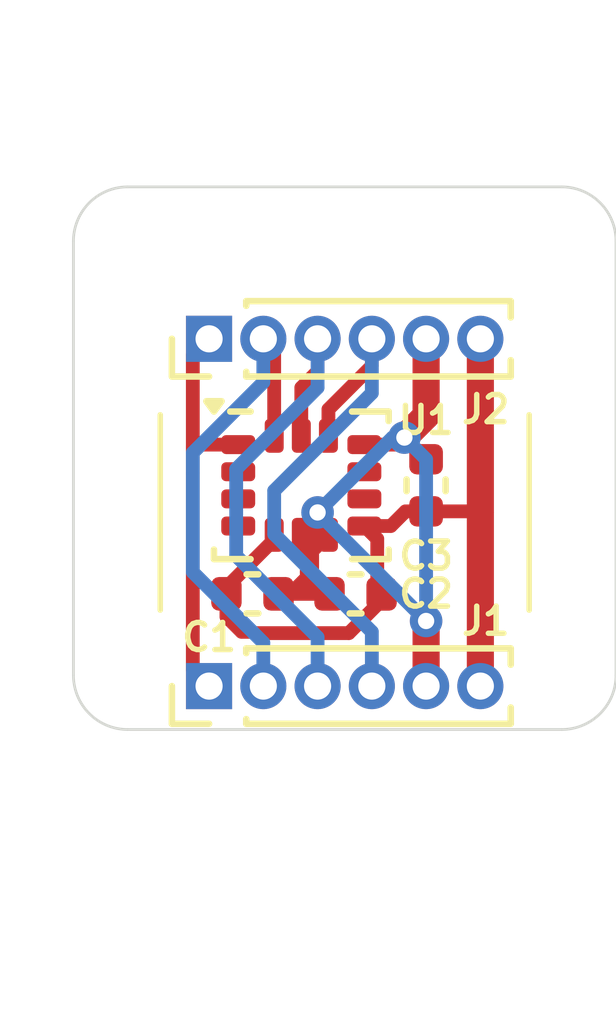
<source format=kicad_pcb>
(kicad_pcb (version 20240108) (generator "pcbnew") (generator_version "8.0")
  (layers (0 "F.Cu" signal) (31 "B.Cu" signal) (34 "B.Paste" user) (35 "F.Paste" user) (36 "B.SilkS" user "B.Silkscreen") (37 "F.SilkS" user "F.Silkscreen") (38 "B.Mask" user) (39 "F.Mask" user) (44 "Edge.Cuts" user))
  (net 0 "")
  (net 1 "GND")
  (net 2 "VCC")
  (net 6 "/CLK")
  (net 7 "/MISO")
  (net 9 "/MOSI")
  (net 10 "/CS")
  (footprint "Capacitor_SMD:C_0402_1005Metric" (layer "F.Cu") (at 100.2 67.5 180)
    (property "Reference" "C2" (at -1.3 0 0) (layer "F.SilkS") (effects (font (size 0.5 0.5) (thickness 0.1))))
    (property "Value" "100n")
    (fp_line (start -0.107836 0.36) (end 0.107836 0.36) (stroke (width 0.12)) (layer "F.SilkS"))
    (fp_line (start -0.107836 -0.36) (end 0.107836 -0.36) (stroke (width 0.12)) (layer "F.SilkS"))
    (pad "1" smd roundrect (at -0.48 0 180) (size 0.56 0.62) (layers "F.Cu" "F.Paste" "F.Mask") (net 2 "VCC"))
    (pad "2" smd roundrect (at 0.48 0 180) (size 0.56 0.62) (layers "F.Cu" "F.Paste" "F.Mask") (net 1 "GND"))
  )
  (footprint "Capacitor_SMD:C_0402_1005Metric" (layer "F.Cu") (at 101.5 65.5 90)
    (property "Reference" "C3" (at -1.3 0 180) (layer "F.SilkS") (effects (font (size 0.5 0.5) (thickness 0.1))))
    (property "Value" "4u7")
    (fp_line (start -0.107836 -0.36) (end 0.107836 -0.36) (stroke (width 0.12)) (layer "F.SilkS"))
    (fp_line (start -0.107836 0.36) (end 0.107836 0.36) (stroke (width 0.12)) (layer "F.SilkS"))
    (pad "1" smd roundrect (at -0.48 0 90) (size 0.56 0.62) (layers "F.Cu" "F.Paste" "F.Mask") (net 2 "VCC"))
    (pad "2" smd roundrect (at 0.48 0 90) (size 0.56 0.62) (layers "F.Cu" "F.Paste" "F.Mask") (net 1 "GND"))
  )
  (footprint "Package_LGA:LGA-14_3x2.5mm_P0.5mm_LayoutBorder3x4y" (layer "F.Cu") (at 99.2 65.5)
    (property "Reference" "U1" (at 2.3 -1.2 0) (layer "F.SilkS") (effects (font (size 0.5 0.5) (thickness 0.1))))
    (property "Value" "ICM-42688-P")
    (fp_line (start -1.61 1.36) (end -1.61 1.185) (stroke (width 0.12)) (layer "F.SilkS"))
    (fp_line (start -0.935 -1.36) (end -1.31 -1.36) (stroke (width 0.12)) (layer "F.SilkS"))
    (fp_line (start -0.935 1.36) (end -1.61 1.36) (stroke (width 0.12)) (layer "F.SilkS"))
    (fp_line (start 0.935 -1.36) (end 1.61 -1.36) (stroke (width 0.12)) (layer "F.SilkS"))
    (fp_line (start 0.935 1.36) (end 1.61 1.36) (stroke (width 0.12)) (layer "F.SilkS"))
    (fp_line (start 1.61 -1.36) (end 1.61 -1.185) (stroke (width 0.12)) (layer "F.SilkS"))
    (fp_line (start 1.61 1.36) (end 1.61 1.185) (stroke (width 0.12)) (layer "F.SilkS"))
    (fp_poly (pts (xy -1.61 -1.36) (xy -1.75 -1.55) (xy -1.47 -1.55) (xy -1.61 -1.36)) (stroke (width 0.12)) (fill solid) (layer "F.SilkS"))
    (pad "1" smd roundrect (at -1.1625 -0.75) (size 0.625 0.35) (layers "F.Cu" "F.Paste" "F.Mask") (net 7 "/MISO"))
    (pad "2" smd roundrect (at -1.1625 -0.25) (size 0.625 0.35) (layers "F.Cu" "F.Paste" "F.Mask"))
    (pad "3" smd roundrect (at -1.1625 0.25) (size 0.625 0.35) (layers "F.Cu" "F.Paste" "F.Mask"))
    (pad "4" smd roundrect (at -1.1625 0.75) (size 0.625 0.35) (layers "F.Cu" "F.Paste" "F.Mask"))
    (pad "5" smd roundrect (at -0.5 0.9125) (size 0.35 0.625) (layers "F.Cu" "F.Paste" "F.Mask") (net 2 "VCC"))
    (pad "6" smd roundrect (at 0 0.9125) (size 0.35 0.625) (layers "F.Cu" "F.Paste" "F.Mask") (net 1 "GND"))
    (pad "7" smd roundrect (at 0.5 0.9125) (size 0.35 0.625) (layers "F.Cu" "F.Paste" "F.Mask") (net 1 "GND"))
    (pad "8" smd roundrect (at 1.1625 0.75) (size 0.625 0.35) (layers "F.Cu" "F.Paste" "F.Mask") (net 2 "VCC"))
    (pad "9" smd roundrect (at 1.1625 0.25) (size 0.625 0.35) (layers "F.Cu" "F.Paste" "F.Mask"))
    (pad "10" smd roundrect (at 1.1625 -0.25) (size 0.625 0.35) (layers "F.Cu" "F.Paste" "F.Mask"))
    (pad "11" smd roundrect (at 1.1625 -0.75) (size 0.625 0.35) (layers "F.Cu" "F.Paste" "F.Mask") (net 1 "GND"))
    (pad "12" smd roundrect (at 0.5 -0.9125) (size 0.35 0.625) (layers "F.Cu" "F.Paste" "F.Mask") (net 10 "/CS"))
    (pad "13" smd roundrect (at 0 -0.9125) (size 0.35 0.625) (layers "F.Cu" "F.Paste" "F.Mask") (net 6 "/CLK"))
    (pad "14" smd roundrect (at -0.5 -0.9125) (size 0.35 0.625) (layers "F.Cu" "F.Paste" "F.Mask") (net 9 "/MOSI"))
  )
  (footprint "Connector_PinHeader_1.00mm:PinHeader_1x06_P1.00mm_Vertical" (layer "F.Cu") (at 97.5 69.2 90)
    (property "Reference" "J1" (at 1.2 5.1 180) (layer "F.SilkS") (effects (font (size 0.5 0.5) (thickness 0.1))))
    (property "Value" "Conn_01x06_Pin")
    (fp_line (start -0.695 -0.685) (end 0 -0.685) (stroke (width 0.12)) (layer "F.SilkS"))
    (fp_line (start -0.695 0) (end -0.695 -0.685) (stroke (width 0.12)) (layer "F.SilkS"))
    (fp_line (start 0.695 0.685) (end 0.695 5.56) (stroke (width 0.12)) (layer "F.SilkS"))
    (fp_line (start 0.608276 0.685) (end 0.695 0.685) (stroke (width 0.12)) (layer "F.SilkS"))
    (fp_line (start -0.695 0.685) (end -0.608276 0.685) (stroke (width 0.12)) (layer "F.SilkS"))
    (fp_line (start -0.695 0.685) (end -0.695 5.56) (stroke (width 0.12)) (layer "F.SilkS"))
    (fp_line (start 0.394493 5.56) (end 0.695 5.56) (stroke (width 0.12)) (layer "F.SilkS"))
    (fp_line (start -0.695 5.56) (end -0.394493 5.56) (stroke (width 0.12)) (layer "F.SilkS"))
    (pad "1" thru_hole rect (at 0 0 90) (size 0.85 0.85) (drill 0.5) (layers "*.Cu" "*.Mask") (net 7 "/MISO"))
    (pad "2" thru_hole oval (at 0 1 90) (size 0.85 0.85) (drill 0.5) (layers "*.Cu" "*.Mask") (net 9 "/MOSI"))
    (pad "3" thru_hole oval (at 0 2.000001 90) (size 0.85 0.85) (drill 0.5) (layers "*.Cu" "*.Mask") (net 6 "/CLK"))
    (pad "4" thru_hole oval (at 0 3 90) (size 0.85 0.85) (drill 0.5) (layers "*.Cu" "*.Mask") (net 10 "/CS"))
    (pad "5" thru_hole oval (at 0 4 90) (size 0.85 0.85) (drill 0.5) (layers "*.Cu" "*.Mask") (net 1 "GND"))
    (pad "6" thru_hole oval (at 0 5 90) (size 0.85 0.85) (drill 0.5) (layers "*.Cu" "*.Mask") (net 2 "VCC"))
  )
  (footprint "Capacitor_SMD:C_0402_1005Metric" (layer "F.Cu") (at 98.3 67.5)
    (property "Reference" "C1" (at -0.8 0.8 180) (layer "F.SilkS") (effects (font (size 0.5 0.5) (thickness 0.1))))
    (property "Value" "10n")
    (fp_line (start -0.107836 -0.36) (end 0.107836 -0.36) (stroke (width 0.12)) (layer "F.SilkS"))
    (fp_line (start -0.107836 0.36) (end 0.107836 0.36) (stroke (width 0.12)) (layer "F.SilkS"))
    (pad "1" smd roundrect (at -0.48 0) (size 0.56 0.62) (layers "F.Cu" "F.Paste" "F.Mask") (net 2 "VCC"))
    (pad "2" smd roundrect (at 0.48 0) (size 0.56 0.62) (layers "F.Cu" "F.Paste" "F.Mask") (net 1 "GND"))
  )
  (footprint "Connector_PinHeader_1.00mm:PinHeader_1x06_P1.00mm_Vertical" (layer "F.Cu") (at 97.5 62.8 90)
    (property "Reference" "J2" (at -1.3 5.1 180) (layer "F.SilkS") (effects (font (size 0.5 0.5) (thickness 0.1))))
    (property "Value" "Conn_01x06_Pin")
    (fp_line (start -0.695 -0.685) (end 0 -0.685) (stroke (width 0.12)) (layer "F.SilkS"))
    (fp_line (start -0.695 0) (end -0.695 -0.685) (stroke (width 0.12)) (layer "F.SilkS"))
    (fp_line (start 0.695 0.685) (end 0.695 5.56) (stroke (width 0.12)) (layer "F.SilkS"))
    (fp_line (start 0.608276 0.685) (end 0.695 0.685) (stroke (width 0.12)) (layer "F.SilkS"))
    (fp_line (start -0.695 0.685) (end -0.608276 0.685) (stroke (width 0.12)) (layer "F.SilkS"))
    (fp_line (start -0.695 0.685) (end -0.695 5.56) (stroke (width 0.12)) (layer "F.SilkS"))
    (fp_line (start 0.394493 5.56) (end 0.695 5.56) (stroke (width 0.12)) (layer "F.SilkS"))
    (fp_line (start -0.695 5.56) (end -0.394493 5.56) (stroke (width 0.12)) (layer "F.SilkS"))
    (pad "1" thru_hole rect (at 0 0 90) (size 0.85 0.85) (drill 0.5) (layers "*.Cu" "*.Mask") (net 7 "/MISO"))
    (pad "2" thru_hole oval (at 0 1 90) (size 0.85 0.85) (drill 0.5) (layers "*.Cu" "*.Mask") (net 9 "/MOSI"))
    (pad "3" thru_hole oval (at 0 2.000001 90) (size 0.85 0.85) (drill 0.5) (layers "*.Cu" "*.Mask") (net 6 "/CLK"))
    (pad "4" thru_hole oval (at 0 3 90) (size 0.85 0.85) (drill 0.5) (layers "*.Cu" "*.Mask") (net 10 "/CS"))
    (pad "5" thru_hole oval (at 0 4 90) (size 0.85 0.85) (drill 0.5) (layers "*.Cu" "*.Mask") (net 1 "GND"))
    (pad "6" thru_hole oval (at 0 5 90) (size 0.85 0.85) (drill 0.5) (layers "*.Cu" "*.Mask") (net 2 "VCC"))
  )
  (gr_line (start 103.4 64.2) (end 103.4 67.8) (stroke (width 0.1)) (layer "F.SilkS"))
  (gr_line (start 96.6 64.2) (end 96.6 67.8) (stroke (width 0.1)) (layer "F.SilkS"))
  (gr_line (start 96 70) (end 104 70) (stroke (width 0.05)) (layer "Edge.Cuts"))
  (gr_line (start 105 61) (end 105 69) (stroke (width 0.05)) (layer "Edge.Cuts"))
  (gr_line (start 95 61) (end 95 69) (stroke (width 0.05)) (layer "Edge.Cuts"))
  (gr_arc (start 96 70) (mid 95.292893 69.707107) (end 95 69) (stroke (width 0.05)) (layer "Edge.Cuts"))
  (gr_arc (start 105 69) (mid 104.707107 69.707107) (end 104 70) (stroke (width 0.05)) (layer "Edge.Cuts"))
  (gr_arc (start 95 61) (mid 95.292893 60.292893) (end 96 60) (stroke (width 0.05)) (layer "Edge.Cuts"))
  (gr_line (start 104 60) (end 96 60) (stroke (width 0.05)) (layer "Edge.Cuts"))
  (gr_arc (start 104 60) (mid 104.707107 60.292893) (end 105 61) (stroke (width 0.05)) (layer "Edge.Cuts"))
  (segment (start 99.2 66.4125) (end 99.3 66.5125) (width 0.254) (layer "F.Cu") (net 1))
  (segment (start 99.4125 66.7) (end 99.3 66.7) (width 0.254) (layer "F.Cu") (net 1))
  (segment (start 101.5 64.22) (end 101.1 64.62) (width 0.5) (layer "F.Cu") (net 1))
  (segment (start 99.3 67.2) (end 99.3 67.5) (width 0.254) (layer "F.Cu") (net 1))
  (segment (start 99.7 67.5) (end 99.45 67.25) (width 0.254) (layer "F.Cu") (net 1))
  (segment (start 99.72 67.5) (end 99.7 67.5) (width 0.254) (layer "F.Cu") (net 1))
  (segment (start 99.5 66.5) (end 99.5 66) (width 0.254) (layer "F.Cu") (net 1))
  (segment (start 99 67.5) (end 99.3 67.2) (width 0.254) (layer "F.Cu") (net 1))
  (segment (start 99.2 66.4125) (end 99.7 66.4125) (width 0.254) (layer "F.Cu") (net 1))
  (segment (start 100.3625 64.75) (end 101.23 64.75) (width 0.254) (layer "F.Cu") (net 1))
  (segment (start 99.45 67.25) (end 99.3 67.1) (width 0.254) (layer "F.Cu") (net 1))
  (segment (start 99.45 67.25) (end 99.4 67.2) (width 0.254) (layer "F.Cu") (net 1))
  (segment (start 99.4 67.2) (end 99.4 66.7125) (width 0.254) (layer "F.Cu") (net 1))
  (segment (start 99.3 67.1) (end 99.3 67.2) (width 0.254) (layer "F.Cu") (net 1))
  (segment (start 99.55625 66.55625) (end 99.4125 66.7) (width 0.254) (layer "F.Cu") (net 1))
  (segment (start 99.55625 66.55625) (end 99.5 66.5) (width 0.254) (layer "F.Cu") (net 1))
  (segment (start 101.23 64.75) (end 101.5 65.02) (width 0.254) (layer "F.Cu") (net 1))
  (segment (start 99.3 67.5) (end 98.68 67.5) (width 0.254) (layer "F.Cu") (net 1))
  (segment (start 98.78 67.5) (end 99.3 67.5) (width 0.254) (layer "F.Cu") (net 1))
  (segment (start 99.72 67.5) (end 99.3 67.5) (width 0.254) (layer "F.Cu") (net 1))
  (segment (start 99.7 66.4125) (end 99.55625 66.55625) (width 0.254) (layer "F.Cu") (net 1))
  (segment (start 99.3 66.5125) (end 99.3 66.7) (width 0.254) (layer "F.Cu") (net 1))
  (segment (start 101.5 62.8) (end 101.5 64.22) (width 0.5) (layer "F.Cu") (net 1))
  (segment (start 99.3 66.7) (end 99.3 67.1) (width 0.254) (layer "F.Cu") (net 1))
  (segment (start 99.4 66.7125) (end 99.4125 66.7) (width 0.254) (layer "F.Cu") (net 1))
  (segment (start 101.5 69.2) (end 101.5 68) (width 0.5) (layer "F.Cu") (net 1))
  (segment (start 101.1 64.62) (end 101.5 65.02) (width 0.254) (layer "F.Cu") (net 1))
  (segment (start 98.78 67.5) (end 99 67.5) (width 0.254) (layer "F.Cu") (net 1))
  (via (at 101.5 68) (size 0.6) (drill 0.3) (layers "F.Cu" "B.Cu") (net 1))
  (via (at 101.1 64.62) (size 0.6) (drill 0.3) (layers "F.Cu" "B.Cu") (net 1))
  (via (at 99.5 66) (size 0.6) (drill 0.3) (layers "F.Cu" "B.Cu") (net 1))
  (segment (start 101.1 64.62) (end 100.88 64.62) (width 0.254) (layer "B.Cu") (net 1))
  (segment (start 101.5 65.02) (end 101.1 64.62) (width 0.254) (layer "B.Cu") (net 1))
  (segment (start 101.5 68) (end 99.5 66) (width 0.254) (layer "B.Cu") (net 1))
  (segment (start 101.5 68) (end 101.5 65.02) (width 0.254) (layer "B.Cu") (net 1))
  (segment (start 100.88 64.62) (end 99.5 66) (width 0.254) (layer "B.Cu") (net 1))
  (segment (start 102.5 66) (end 102.5 62.8) (width 0.5) (layer "F.Cu") (net 2))
  (segment (start 100.3625 66.25) (end 100.85 66.25) (width 0.254) (layer "F.Cu") (net 2))
  (segment (start 97.82 67.92) (end 98.1 68.2) (width 0.254) (layer "F.Cu") (net 2))
  (segment (start 100.3625 66.25) (end 100.6 66.4875) (width 0.254) (layer "F.Cu") (net 2))
  (segment (start 100.6 66.4875) (end 100.6 67.48) (width 0.254) (layer "F.Cu") (net 2))
  (segment (start 101.12 65.98) (end 101.5 65.98) (width 0.254) (layer "F.Cu") (net 2))
  (segment (start 102.48 65.98) (end 102.5 66) (width 0.254) (layer "F.Cu") (net 2))
  (segment (start 98.7 66.5) (end 98.7 66.4125) (width 0.254) (layer "F.Cu") (net 2))
  (segment (start 100.076 68.224) (end 100.68 67.62) (width 0.254) (layer "F.Cu") (net 2))
  (segment (start 97.72 67.5) (end 97.72 67.48) (width 0.254) (layer "F.Cu") (net 2))
  (segment (start 102.5 69.2) (end 102.5 66) (width 0.5) (layer "F.Cu") (net 2))
  (segment (start 97.72 67.48) (end 98.7 66.5) (width 0.254) (layer "F.Cu") (net 2))
  (segment (start 97.82 67.5) (end 97.82 67.92) (width 0.254) (layer "F.Cu") (net 2))
  (segment (start 100.85 66.25) (end 101.12 65.98) (width 0.254) (layer "F.Cu") (net 2))
  (segment (start 100.68 67.62) (end 100.68 67.5) (width 0.254) (layer "F.Cu") (net 2))
  (segment (start 98.324 68.224) (end 100.076 68.224) (width 0.254) (layer "F.Cu") (net 2))
  (segment (start 98.1 68.2) (end 98.3 68.2) (width 0.254) (layer "F.Cu") (net 2))
  (segment (start 101.5 65.98) (end 102.48 65.98) (width 0.254) (layer "F.Cu") (net 2))
  (segment (start 100.6 67.48) (end 100.58 67.5) (width 0.254) (layer "F.Cu") (net 2))
  (segment (start 98.3 68.2) (end 98.324 68.224) (width 0.254) (layer "F.Cu") (net 2))
  (segment (start 99.2 64.5875) (end 99.2 63.7) (width 0.254) (layer "F.Cu") (net 6))
  (segment (start 99.500001 63.399999) (end 99.500001 62.8) (width 0.254) (layer "F.Cu") (net 6))
  (segment (start 99.2 63.7) (end 99.500001 63.399999) (width 0.254) (layer "F.Cu") (net 6))
  (segment (start 98 66.8) (end 98 65.2) (width 0.254) (layer "B.Cu") (net 6))
  (segment (start 98 65.2) (end 99.500001 63.699999) (width 0.254) (layer "B.Cu") (net 6))
  (segment (start 99.500001 68.300001) (end 98 66.8) (width 0.254) (layer "B.Cu") (net 6))
  (segment (start 99.500001 63.699999) (end 99.500001 62.8) (width 0.254) (layer "B.Cu") (net 6))
  (segment (start 99.500001 69.2) (end 99.500001 68.300001) (width 0.254) (layer "B.Cu") (net 6))
  (segment (start 97.2 65.275001) (end 97.2 63.1) (width 0.254) (layer "F.Cu") (net 7))
  (segment (start 98.0375 64.75) (end 97.25 64.75) (width 0.254) (layer "F.Cu") (net 7))
  (segment (start 97.2 65.275001) (end 97.2 68.9) (width 0.254) (layer "F.Cu") (net 7))
  (segment (start 97.2 63.1) (end 97.5 62.8) (width 0.254) (layer "F.Cu") (net 7))
  (segment (start 97.2 68.9) (end 97.5 69.2) (width 0.254) (layer "F.Cu") (net 7))
  (segment (start 97.25 64.75) (end 97.2 64.8) (width 0.254) (layer "F.Cu") (net 7))
  (segment (start 98.7 64.5875) (end 98.7 63) (width 0.254) (layer "F.Cu") (net 9))
  (segment (start 98.7 63) (end 98.5 62.8) (width 0.254) (layer "F.Cu") (net 9))
  (segment (start 98.5 69.2) (end 98.5 68.4) (width 0.254) (layer "B.Cu") (net 9))
  (segment (start 97.2 67.1) (end 97.2 64.9) (width 0.254) (layer "B.Cu") (net 9))
  (segment (start 98.5 63.6) (end 98.5 62.8) (width 0.254) (layer "B.Cu") (net 9))
  (segment (start 97.2 64.9) (end 98.5 63.6) (width 0.254) (layer "B.Cu") (net 9))
  (segment (start 98.5 68.4) (end 97.2 67.1) (width 0.254) (layer "B.Cu") (net 9))
  (segment (start 99.7 64.5875) (end 99.7 64.1) (width 0.254) (layer "F.Cu") (net 10))
  (segment (start 99.7 64.1) (end 100.5 63.3) (width 0.254) (layer "F.Cu") (net 10))
  (segment (start 100.5 63.3) (end 100.5 62.8) (width 0.254) (layer "F.Cu") (net 10))
  (segment (start 100.5 63.8) (end 100.5 62.8) (width 0.254) (layer "B.Cu") (net 10))
  (segment (start 98.7 65.6) (end 100.5 63.8) (width 0.254) (layer "B.Cu") (net 10))
  (segment (start 100.5 69.2) (end 100.5 68.2) (width 0.254) (layer "B.Cu") (net 10))
  (segment (start 100.5 68.2) (end 98.7 66.4) (width 0.254) (layer "B.Cu") (net 10))
  (segment (start 98.7 66.4) (end 98.7 65.6) (width 0.254) (layer "B.Cu") (net 10))
)
</source>
